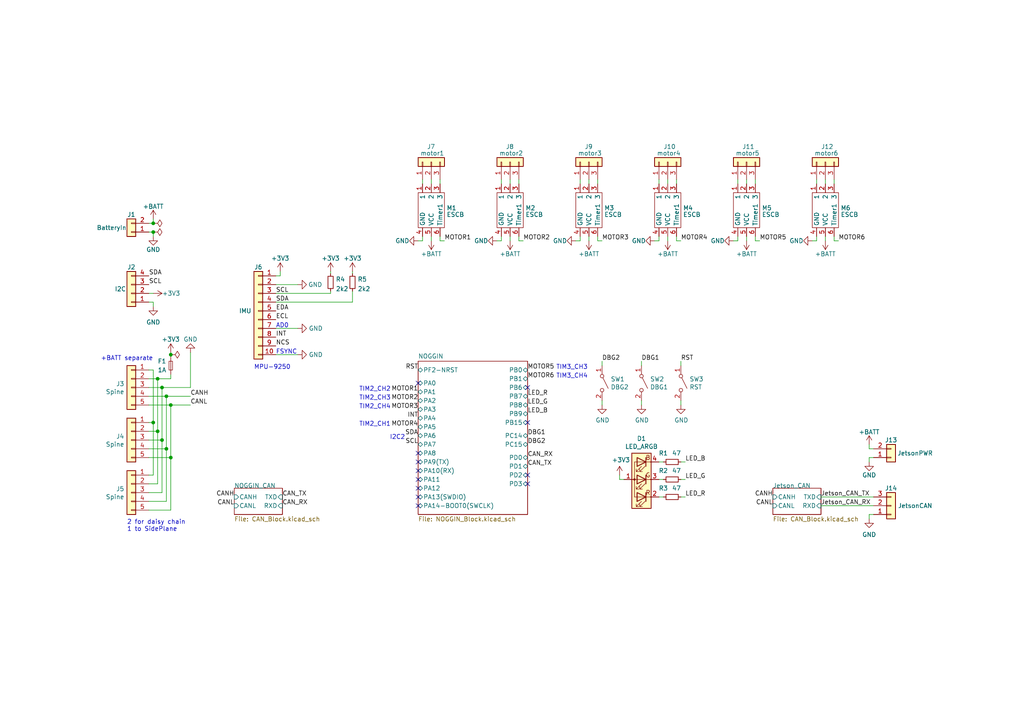
<source format=kicad_sch>
(kicad_sch (version 20211123) (generator eeschema)
  (paper "A4")
  (lib_symbols
    (symbol "Connector_Generic:Conn_01x02" (pin_names (offset 1.016) hide)
      (property "Reference" "J" (at 0 2.54 0))
      (property "Value" "Conn_01x02" (at 0 -5.08 0))
      (symbol "Conn_01x02_1_1"
        (rectangle (start -1.27 -2.413) (end 0 -2.667) (stroke (width 0.1524)))
        (rectangle (start -1.27 0.127) (end 0 -0.127) (stroke (width 0.1524)))
        (rectangle (start -1.27 1.27) (end 1.27 -3.81) (stroke (width 0.254)) (fill (type background)))
        (pin passive line (at -5.08 0 0) (length 3.81) (name "Pin_1") (number "1"))
        (pin passive line (at -5.08 -2.54 0) (length 3.81) (name "Pin_2") (number "2"))
      )
    )
    (symbol "Connector_Generic:Conn_01x03" (pin_names (offset 1.016) hide)
      (property "Reference" "J" (at 0 5.08 0))
      (property "Value" "Conn_01x03" (at 0 -5.08 0))
      (symbol "Conn_01x03_1_1"
        (rectangle (start -1.27 -2.413) (end 0 -2.667) (stroke (width 0.1524)))
        (rectangle (start -1.27 0.127) (end 0 -0.127) (stroke (width 0.1524)))
        (rectangle (start -1.27 2.667) (end 0 2.413) (stroke (width 0.1524)))
        (rectangle (start -1.27 3.81) (end 1.27 -3.81) (stroke (width 0.254)) (fill (type background)))
        (pin passive line (at -5.08 2.54 0) (length 3.81) (name "Pin_1") (number "1"))
        (pin passive line (at -5.08 0 0) (length 3.81) (name "Pin_2") (number "2"))
        (pin passive line (at -5.08 -2.54 0) (length 3.81) (name "Pin_3") (number "3"))
      )
    )
    (symbol "Connector_Generic:Conn_01x04" (pin_names (offset 1.016) hide)
      (property "Reference" "J" (at 0 5.08 0))
      (property "Value" "Conn_01x04" (at 0 -7.62 0))
      (symbol "Conn_01x04_1_1"
        (rectangle (start -1.27 -4.953) (end 0 -5.207) (stroke (width 0.1524)))
        (rectangle (start -1.27 -2.413) (end 0 -2.667) (stroke (width 0.1524)))
        (rectangle (start -1.27 0.127) (end 0 -0.127) (stroke (width 0.1524)))
        (rectangle (start -1.27 2.667) (end 0 2.413) (stroke (width 0.1524)))
        (rectangle (start -1.27 3.81) (end 1.27 -6.35) (stroke (width 0.254)) (fill (type background)))
        (pin passive line (at -5.08 2.54 0) (length 3.81) (name "Pin_1") (number "1"))
        (pin passive line (at -5.08 0 0) (length 3.81) (name "Pin_2") (number "2"))
        (pin passive line (at -5.08 -2.54 0) (length 3.81) (name "Pin_3") (number "3"))
        (pin passive line (at -5.08 -5.08 0) (length 3.81) (name "Pin_4") (number "4"))
      )
    )
    (symbol "Connector_Generic:Conn_01x05" (pin_names (offset 1.016) hide)
      (property "Reference" "J" (at 0 7.62 0))
      (property "Value" "Conn_01x05" (at 0 -7.62 0))
      (symbol "Conn_01x05_1_1"
        (rectangle (start -1.27 -4.953) (end 0 -5.207) (stroke (width 0.1524)))
        (rectangle (start -1.27 -2.413) (end 0 -2.667) (stroke (width 0.1524)))
        (rectangle (start -1.27 0.127) (end 0 -0.127) (stroke (width 0.1524)))
        (rectangle (start -1.27 2.667) (end 0 2.413) (stroke (width 0.1524)))
        (rectangle (start -1.27 5.207) (end 0 4.953) (stroke (width 0.1524)))
        (rectangle (start -1.27 6.35) (end 1.27 -6.35) (stroke (width 0.254)) (fill (type background)))
        (pin passive line (at -5.08 5.08 0) (length 3.81) (name "Pin_1") (number "1"))
        (pin passive line (at -5.08 2.54 0) (length 3.81) (name "Pin_2") (number "2"))
        (pin passive line (at -5.08 0 0) (length 3.81) (name "Pin_3") (number "3"))
        (pin passive line (at -5.08 -2.54 0) (length 3.81) (name "Pin_4") (number "4"))
        (pin passive line (at -5.08 -5.08 0) (length 3.81) (name "Pin_5") (number "5"))
      )
    )
    (symbol "Connector_Generic:Conn_01x10" (pin_names (offset 1.016) hide)
      (property "Reference" "J" (at 0 12.7 0))
      (property "Value" "Conn_01x10" (at 0 -15.24 0))
      (symbol "Conn_01x10_1_1"
        (rectangle (start -1.27 -12.573) (end 0 -12.827) (stroke (width 0.1524)))
        (rectangle (start -1.27 -10.033) (end 0 -10.287) (stroke (width 0.1524)))
        (rectangle (start -1.27 -7.493) (end 0 -7.747) (stroke (width 0.1524)))
        (rectangle (start -1.27 -4.953) (end 0 -5.207) (stroke (width 0.1524)))
        (rectangle (start -1.27 -2.413) (end 0 -2.667) (stroke (width 0.1524)))
        (rectangle (start -1.27 0.127) (end 0 -0.127) (stroke (width 0.1524)))
        (rectangle (start -1.27 2.667) (end 0 2.413) (stroke (width 0.1524)))
        (rectangle (start -1.27 5.207) (end 0 4.953) (stroke (width 0.1524)))
        (rectangle (start -1.27 7.747) (end 0 7.493) (stroke (width 0.1524)))
        (rectangle (start -1.27 10.287) (end 0 10.033) (stroke (width 0.1524)))
        (rectangle (start -1.27 11.43) (end 1.27 -13.97) (stroke (width 0.254)) (fill (type background)))
        (pin passive line (at -5.08 10.16 0) (length 3.81) (name "Pin_1") (number "1"))
        (pin passive line (at -5.08 -12.7 0) (length 3.81) (name "Pin_10") (number "10"))
        (pin passive line (at -5.08 7.62 0) (length 3.81) (name "Pin_2") (number "2"))
        (pin passive line (at -5.08 5.08 0) (length 3.81) (name "Pin_3") (number "3"))
        (pin passive line (at -5.08 2.54 0) (length 3.81) (name "Pin_4") (number "4"))
        (pin passive line (at -5.08 0 0) (length 3.81) (name "Pin_5") (number "5"))
        (pin passive line (at -5.08 -2.54 0) (length 3.81) (name "Pin_6") (number "6"))
        (pin passive line (at -5.08 -5.08 0) (length 3.81) (name "Pin_7") (number "7"))
        (pin passive line (at -5.08 -7.62 0) (length 3.81) (name "Pin_8") (number "8"))
        (pin passive line (at -5.08 -10.16 0) (length 3.81) (name "Pin_9") (number "9"))
      )
    )
    (symbol "Device:Fuse_Small" (pin_numbers hide) (pin_names (offset 0.254) hide)
      (property "Reference" "F" (at 0 -1.524 0))
      (property "Value" "Fuse_Small" (at 0 1.524 0))
      (symbol "Fuse_Small_0_1"
        (rectangle (start -1.27 0.508) (end 1.27 -0.508))
        (polyline (pts (xy -1.27 0) (xy 1.27 0)))
      )
      (symbol "Fuse_Small_1_1"
        (pin passive line (at -2.54 0 0) (length 1.27) (name "~") (number "1"))
        (pin passive line (at 2.54 0 180) (length 1.27) (name "~") (number "2"))
      )
    )
    (symbol "Device:LED_ARGB" (pin_names (offset 0) hide)
      (property "Reference" "D" (at 0 9.398 0))
      (property "Value" "LED_ARGB" (at 0 -8.89 0))
      (symbol "LED_ARGB_0_0"
        (text "B" (at -1.905 -6.35 0) (effects (font (size 1.27 1.27))))
        (text "G" (at -1.905 -1.27 0) (effects (font (size 1.27 1.27))))
        (text "R" (at -1.905 3.81 0) (effects (font (size 1.27 1.27))))
      )
      (symbol "LED_ARGB_0_1"
        (polyline (pts (xy -1.27 -5.08) (xy -2.54 -5.08)))
        (polyline (pts (xy -1.27 -5.08) (xy 1.27 -5.08)))
        (polyline (pts (xy -1.27 -3.81) (xy -1.27 -6.35)) (stroke (width 0.254)))
        (polyline (pts (xy -1.27 0) (xy -2.54 0)))
        (polyline (pts (xy -1.27 1.27) (xy -1.27 -1.27)) (stroke (width 0.254)))
        (polyline (pts (xy -1.27 5.08) (xy -2.54 5.08)))
        (polyline (pts (xy -1.27 5.08) (xy 1.27 5.08)))
        (polyline (pts (xy -1.27 6.35) (xy -1.27 3.81)) (stroke (width 0.254)))
        (polyline (pts (xy 1.27 0) (xy -1.27 0)))
        (polyline (pts (xy 1.27 0) (xy 2.54 0)))
        (polyline (pts (xy -1.27 1.27) (xy -1.27 -1.27) (xy -1.27 -1.27)))
        (polyline (pts (xy -1.27 6.35) (xy -1.27 3.81) (xy -1.27 3.81)))
        (polyline (pts (xy 1.27 -5.08) (xy 2.032 -5.08) (xy 2.032 5.08) (xy 1.27 5.08)))
        (polyline (pts (xy 1.27 -3.81) (xy 1.27 -6.35) (xy -1.27 -5.08) (xy 1.27 -3.81)) (stroke (width 0.254)))
        (polyline (pts (xy 1.27 1.27) (xy 1.27 -1.27) (xy -1.27 0) (xy 1.27 1.27)) (stroke (width 0.254)))
        (polyline (pts (xy 1.27 6.35) (xy 1.27 3.81) (xy -1.27 5.08) (xy 1.27 6.35)) (stroke (width 0.254)))
        (polyline (pts (xy -1.016 -3.81) (xy 0.508 -2.286) (xy -0.254 -2.286) (xy 0.508 -2.286) (xy 0.508 -3.048)))
        (polyline (pts (xy -1.016 1.27) (xy 0.508 2.794) (xy -0.254 2.794) (xy 0.508 2.794) (xy 0.508 2.032)))
        (polyline (pts (xy -1.016 6.35) (xy 0.508 7.874) (xy -0.254 7.874) (xy 0.508 7.874) (xy 0.508 7.112)))
        (polyline (pts (xy 0 -3.81) (xy 1.524 -2.286) (xy 0.762 -2.286) (xy 1.524 -2.286) (xy 1.524 -3.048)))
        (polyline (pts (xy 0 1.27) (xy 1.524 2.794) (xy 0.762 2.794) (xy 1.524 2.794) (xy 1.524 2.032)))
        (polyline (pts (xy 0 6.35) (xy 1.524 7.874) (xy 0.762 7.874) (xy 1.524 7.874) (xy 1.524 7.112)))
        (rectangle (start 1.27 -1.27) (end 1.27 1.27))
        (rectangle (start 1.27 1.27) (end 1.27 1.27))
        (rectangle (start 1.27 3.81) (end 1.27 6.35))
        (rectangle (start 1.27 6.35) (end 1.27 6.35))
        (circle (center 2.032 0) (radius 0.254) (fill (type outline)))
        (rectangle (start 2.794 8.382) (end -2.794 -7.62) (stroke (width 0.254)) (fill (type background)))
      )
      (symbol "LED_ARGB_1_1"
        (pin passive line (at 5.08 0 180) (length 2.54) (name "A") (number "1"))
        (pin passive line (at -5.08 5.08 0) (length 2.54) (name "RK") (number "2"))
        (pin passive line (at -5.08 0 0) (length 2.54) (name "GK") (number "3"))
        (pin passive line (at -5.08 -5.08 0) (length 2.54) (name "BK") (number "4"))
      )
    )
    (symbol "Device:R_Small" (pin_numbers hide) (pin_names (offset 0.254) hide)
      (property "Reference" "R" (at 0.762 0.508 0))
      (property "Value" "R_Small" (at 0.762 -1.016 0))
      (symbol "R_Small_0_1"
        (rectangle (start -0.762 1.778) (end 0.762 -1.778) (stroke (width 0.2032)))
      )
      (symbol "R_Small_1_1"
        (pin passive line (at 0 2.54 270) (length 0.762) (name "~") (number "1"))
        (pin passive line (at 0 -2.54 90) (length 0.762) (name "~") (number "2"))
      )
    )
    (symbol "Switch:SW_SPST" (pin_names (offset 0) hide)
      (property "Reference" "SW" (at 0 3.175 0))
      (property "Value" "SW_SPST" (at 0 -2.54 0))
      (symbol "SW_SPST_0_0"
        (circle (center -2.032 0) (radius 0.508))
        (polyline (pts (xy -1.524 0.254) (xy 1.524 1.778)))
        (circle (center 2.032 0) (radius 0.508))
      )
      (symbol "SW_SPST_1_1"
        (pin passive line (at -5.08 0 0) (length 2.54) (name "A") (number "1"))
        (pin passive line (at 5.08 0 180) (length 2.54) (name "B") (number "2"))
      )
    )
    (symbol "backplane_custom:ESCB_Mate"
      (property "Reference" "J?" (at 4.5212 0.9085 0))
      (property "Value" "ESCB_Mate" (at 4.5212 -1.8666 0))
      (symbol "ESCB_Mate_0_1"
        (rectangle (start -3.81 5.08) (end 3.81 -5.08) (stroke (width 0.1524)))
      )
      (symbol "ESCB_Mate_1_1"
        (pin output line (at -2.54 7.62 270) (length 2.54) (name "1") (number "1"))
        (pin output line (at 0 7.62 270) (length 2.54) (name "2") (number "2"))
        (pin output line (at 2.54 7.62 270) (length 2.54) (name "3") (number "3"))
        (pin input line (at -2.54 -7.62 90) (length 2.54) (name "GND") (number "4"))
        (pin input line (at 0 -7.62 90) (length 2.54) (name "VCC") (number "5"))
        (pin input line (at 2.54 -7.62 90) (length 2.54) (name "Timer1") (number "6"))
      )
    )
    (symbol "power:+3V3" (power) (pin_names (offset 0))
      (property "Value" "+3V3" (at 0 3.556 0))
      (symbol "+3V3_0_1"
        (polyline (pts (xy -0.762 1.27) (xy 0 2.54)))
        (polyline (pts (xy 0 0) (xy 0 2.54)))
        (polyline (pts (xy 0 2.54) (xy 0.762 1.27)))
      )
      (symbol "+3V3_1_1"
        (pin power_in line (at 0 0 90) (length 0) hide (name "+3V3") (number "1"))
      )
    )
    (symbol "power:+BATT" (power) (pin_names (offset 0))
      (property "Value" "+BATT" (at 0 3.556 0))
      (symbol "+BATT_0_1"
        (polyline (pts (xy -0.762 1.27) (xy 0 2.54)))
        (polyline (pts (xy 0 0) (xy 0 2.54)))
        (polyline (pts (xy 0 2.54) (xy 0.762 1.27)))
      )
      (symbol "+BATT_1_1"
        (pin power_in line (at 0 0 90) (length 0) hide (name "+BATT") (number "1"))
      )
    )
    (symbol "power:GND" (power) (pin_names (offset 0))
      (property "Value" "GND" (at 0 -3.81 0))
      (symbol "GND_0_1"
        (polyline (pts (xy 0 0) (xy 0 -1.27) (xy 1.27 -1.27) (xy 0 -2.54) (xy -1.27 -1.27) (xy 0 -1.27)))
      )
      (symbol "GND_1_1"
        (pin power_in line (at 0 0 270) (length 0) hide (name "GND") (number "1"))
      )
    )
    (symbol "power:PWR_FLAG" (power) (pin_numbers hide) (pin_names (offset 0) hide)
      (property "Value" "PWR_FLAG" (at 0 3.81 0))
      (symbol "PWR_FLAG_0_0"
        (pin power_out line (at 0 0 90) (length 0) (name "pwr") (number "1"))
      )
      (symbol "PWR_FLAG_0_1"
        (polyline (pts (xy 0 0) (xy 0 1.27) (xy -1.016 1.905) (xy 0 2.54) (xy 1.016 1.905) (xy 0 1.27)))
      )
    )
  )
  (junction (at 44.45 122.555))
  (junction (at 48.26 130.175))
  (junction (at 49.53 117.475))
  (junction (at 45.72 125.095))
  (junction (at 46.99 112.395))
  (junction (at 49.53 102.87))
  (junction (at 46.99 127.635))
  (junction (at 44.45 67.31))
  (junction (at 45.72 109.855))
  (junction (at 48.26 114.935))
  (junction (at 44.45 64.77))
  (junction (at 49.53 132.715))
  (no_connect (at 121.285 131.445))
  (no_connect (at 121.285 111.125))
  (no_connect (at 121.285 133.985))
  (no_connect (at 121.285 139.065))
  (no_connect (at 121.285 141.605))
  (no_connect (at 121.285 146.685))
  (no_connect (at 121.285 144.145))
  (no_connect (at 121.285 136.525))
  (no_connect (at 153.035 140.335))
  (no_connect (at 153.035 137.795))
  (no_connect (at 153.035 122.555))
  (no_connect (at 153.035 112.395))
  (wire (pts (xy 252.095 149.225) (xy 253.365 149.225)))
  (wire (pts (xy 44.45 87.63) (xy 44.45 88.9)))
  (wire (pts (xy 49.53 117.475) (xy 55.245 117.475)))
  (wire (pts (xy 236.855 69.85) (xy 236.855 68.58)))
  (wire (pts (xy 127.635 52.07) (xy 127.635 53.34)))
  (wire (pts (xy 46.99 112.395) (xy 55.245 112.395)))
  (wire (pts (xy 174.625 104.775) (xy 174.625 106.045)))
  (wire (pts (xy 239.395 68.58) (xy 239.395 69.85)))
  (wire (pts (xy 43.18 67.31) (xy 44.45 67.31)))
  (wire (pts (xy 197.485 133.985) (xy 198.755 133.985)))
  (wire (pts (xy 174.625 117.475) (xy 174.625 116.205)))
  (wire (pts (xy 49.53 108.585) (xy 49.53 109.855)))
  (wire (pts (xy 174.625 69.85) (xy 173.355 69.85)))
  (wire (pts (xy 80.01 82.55) (xy 86.36 82.55)))
  (wire (pts (xy 43.18 147.955) (xy 49.53 147.955)))
  (wire (pts (xy 125.095 52.07) (xy 125.095 53.34)))
  (wire (pts (xy 43.18 107.315) (xy 44.45 107.315)))
  (wire (pts (xy 236.855 52.07) (xy 236.855 53.34)))
  (wire (pts (xy 189.865 69.85) (xy 191.135 69.85)))
  (wire (pts (xy 241.935 69.85) (xy 241.935 68.58)))
  (wire (pts (xy 80.01 85.09) (xy 95.885 85.09)))
  (wire (pts (xy 219.075 52.07) (xy 219.075 53.34)))
  (wire (pts (xy 213.995 69.85) (xy 213.995 68.58)))
  (wire (pts (xy 43.18 109.855) (xy 45.72 109.855)))
  (wire (pts (xy 43.18 122.555) (xy 44.45 122.555)))
  (wire (pts (xy 48.26 130.175) (xy 48.26 114.935)))
  (wire (pts (xy 212.725 69.85) (xy 213.995 69.85)))
  (wire (pts (xy 80.01 87.63) (xy 102.235 87.63)))
  (wire (pts (xy 213.995 52.07) (xy 213.995 53.34)))
  (wire (pts (xy 45.72 125.095) (xy 45.72 109.855)))
  (wire (pts (xy 44.45 137.795) (xy 44.45 122.555)))
  (wire (pts (xy 144.145 69.85) (xy 145.415 69.85)))
  (wire (pts (xy 191.135 144.145) (xy 192.405 144.145)))
  (wire (pts (xy 55.245 112.395) (xy 55.245 102.235)))
  (wire (pts (xy 49.53 102.87) (xy 49.53 103.505)))
  (wire (pts (xy 191.135 52.07) (xy 191.135 53.34)))
  (wire (pts (xy 193.675 52.07) (xy 193.675 53.34)))
  (wire (pts (xy 168.275 69.85) (xy 168.275 68.58)))
  (wire (pts (xy 173.355 69.85) (xy 173.355 68.58)))
  (wire (pts (xy 46.99 142.875) (xy 46.99 127.635)))
  (wire (pts (xy 43.18 140.335) (xy 45.72 140.335)))
  (wire (pts (xy 238.125 144.145) (xy 253.365 144.145)))
  (wire (pts (xy 197.485 69.85) (xy 196.215 69.85)))
  (wire (pts (xy 186.055 117.475) (xy 186.055 116.205)))
  (wire (pts (xy 170.815 68.58) (xy 170.815 69.85)))
  (wire (pts (xy 122.555 69.85) (xy 122.555 68.58)))
  (wire (pts (xy 43.18 112.395) (xy 46.99 112.395)))
  (wire (pts (xy 197.485 117.475) (xy 197.485 116.205)))
  (wire (pts (xy 167.005 69.85) (xy 168.275 69.85)))
  (wire (pts (xy 150.495 69.85) (xy 150.495 68.58)))
  (wire (pts (xy 151.765 69.85) (xy 150.495 69.85)))
  (wire (pts (xy 48.26 145.415) (xy 48.26 130.175)))
  (wire (pts (xy 186.055 104.775) (xy 186.055 106.045)))
  (wire (pts (xy 44.45 64.77) (xy 43.18 64.77)))
  (wire (pts (xy 197.485 139.065) (xy 198.755 139.065)))
  (wire (pts (xy 80.01 102.87) (xy 86.36 102.87)))
  (wire (pts (xy 179.705 137.795) (xy 179.705 139.065)))
  (wire (pts (xy 44.45 63.5) (xy 44.45 64.77)))
  (wire (pts (xy 252.095 128.905) (xy 252.095 130.175)))
  (wire (pts (xy 220.345 69.85) (xy 219.075 69.85)))
  (wire (pts (xy 252.095 132.715) (xy 252.095 133.985)))
  (wire (pts (xy 243.205 69.85) (xy 241.935 69.85)))
  (wire (pts (xy 191.135 133.985) (xy 192.405 133.985)))
  (wire (pts (xy 95.885 78.74) (xy 95.885 79.375)))
  (wire (pts (xy 49.53 132.715) (xy 49.53 117.475)))
  (wire (pts (xy 145.415 52.07) (xy 145.415 53.34)))
  (wire (pts (xy 147.955 68.58) (xy 147.955 69.85)))
  (wire (pts (xy 102.235 78.74) (xy 102.235 79.375)))
  (wire (pts (xy 253.365 132.715) (xy 252.095 132.715)))
  (wire (pts (xy 235.585 69.85) (xy 236.855 69.85)))
  (wire (pts (xy 46.99 127.635) (xy 46.99 112.395)))
  (wire (pts (xy 168.275 52.07) (xy 168.275 53.34)))
  (wire (pts (xy 128.905 69.85) (xy 127.635 69.85)))
  (wire (pts (xy 150.495 52.07) (xy 150.495 53.34)))
  (wire (pts (xy 252.095 150.495) (xy 252.095 149.225)))
  (wire (pts (xy 81.28 80.01) (xy 80.01 80.01)))
  (wire (pts (xy 48.26 114.935) (xy 55.245 114.935)))
  (wire (pts (xy 173.355 52.07) (xy 173.355 53.34)))
  (wire (pts (xy 193.675 68.58) (xy 193.675 69.85)))
  (wire (pts (xy 122.555 52.07) (xy 122.555 53.34)))
  (wire (pts (xy 43.18 130.175) (xy 48.26 130.175)))
  (wire (pts (xy 45.72 140.335) (xy 45.72 125.095)))
  (wire (pts (xy 121.285 69.85) (xy 122.555 69.85)))
  (wire (pts (xy 49.53 147.955) (xy 49.53 132.715)))
  (wire (pts (xy 179.705 139.065) (xy 180.975 139.065)))
  (wire (pts (xy 147.955 52.07) (xy 147.955 53.34)))
  (wire (pts (xy 43.18 142.875) (xy 46.99 142.875)))
  (wire (pts (xy 43.18 87.63) (xy 44.45 87.63)))
  (wire (pts (xy 81.28 78.74) (xy 81.28 80.01)))
  (wire (pts (xy 197.485 144.145) (xy 198.755 144.145)))
  (wire (pts (xy 43.18 117.475) (xy 49.53 117.475)))
  (wire (pts (xy 44.45 67.31) (xy 44.45 68.58)))
  (wire (pts (xy 80.01 95.25) (xy 86.36 95.25)))
  (wire (pts (xy 196.215 69.85) (xy 196.215 68.58)))
  (wire (pts (xy 43.18 132.715) (xy 49.53 132.715)))
  (wire (pts (xy 43.18 127.635) (xy 46.99 127.635)))
  (wire (pts (xy 44.45 122.555) (xy 44.45 107.315)))
  (wire (pts (xy 102.235 87.63) (xy 102.235 84.455)))
  (wire (pts (xy 43.18 125.095) (xy 45.72 125.095)))
  (wire (pts (xy 216.535 68.58) (xy 216.535 69.85)))
  (wire (pts (xy 145.415 69.85) (xy 145.415 68.58)))
  (wire (pts (xy 43.18 145.415) (xy 48.26 145.415)))
  (wire (pts (xy 216.535 52.07) (xy 216.535 53.34)))
  (wire (pts (xy 43.18 85.09) (xy 44.45 85.09)))
  (wire (pts (xy 197.485 104.775) (xy 197.485 106.045)))
  (wire (pts (xy 239.395 52.07) (xy 239.395 53.34)))
  (wire (pts (xy 191.135 69.85) (xy 191.135 68.58)))
  (wire (pts (xy 252.095 130.175) (xy 253.365 130.175)))
  (wire (pts (xy 238.125 146.685) (xy 253.365 146.685)))
  (wire (pts (xy 43.18 137.795) (xy 44.45 137.795)))
  (wire (pts (xy 127.635 69.85) (xy 127.635 68.58)))
  (wire (pts (xy 49.53 102.235) (xy 49.53 102.87)))
  (wire (pts (xy 196.215 52.07) (xy 196.215 53.34)))
  (wire (pts (xy 48.26 114.935) (xy 43.18 114.935)))
  (wire (pts (xy 49.53 109.855) (xy 45.72 109.855)))
  (wire (pts (xy 219.075 69.85) (xy 219.075 68.58)))
  (wire (pts (xy 170.815 52.07) (xy 170.815 53.34)))
  (wire (pts (xy 95.885 85.09) (xy 95.885 84.455)))
  (wire (pts (xy 241.935 52.07) (xy 241.935 53.34)))
  (wire (pts (xy 125.095 68.58) (xy 125.095 69.85)))
  (wire (pts (xy 191.135 139.065) (xy 192.405 139.065)))
  (text "TIM2_CH1" (at 104.14 123.825 0) (effects (font (size 1.27 1.27)) (justify left bottom)))
  (text "AD0" (at 80.01 95.25 0) (effects (font (size 1.27 1.27)) (justify left bottom)))
  (text "2 for daisy chain\n1 to SidePlane" (at 36.83 154.305 0) (effects (font (size 1.27 1.27)) (justify left bottom)))
  (text "TIM3_CH3" (at 161.29 107.315 0) (effects (font (size 1.27 1.27)) (justify left bottom)))
  (text "TIM2_CH2" (at 104.14 113.665 0) (effects (font (size 1.27 1.27)) (justify left bottom)))
  (text "FSYNC" (at 80.01 102.87 0) (effects (font (size 1.27 1.27)) (justify left bottom)))
  (text "+BATT separate" (at 29.21 104.775 0) (effects (font (size 1.27 1.27)) (justify left bottom)))
  (text "MPU-9250" (at 73.66 107.315 0) (effects (font (size 1.27 1.27)) (justify left bottom)))
  (text "TIM2_CH3" (at 104.14 116.205 0) (effects (font (size 1.27 1.27)) (justify left bottom)))
  (text "TIM2_CH4" (at 104.14 118.745 0) (effects (font (size 1.27 1.27)) (justify left bottom)))
  (text "I2C2" (at 113.03 127.635 0) (effects (font (size 1.27 1.27)) (justify left bottom)))
  (text "TIM3_CH4" (at 161.29 109.855 0) (effects (font (size 1.27 1.27)) (justify left bottom)))
  (label "MOTOR4" (at 121.285 123.825 180))
  (label "RST" (at 197.485 104.775 0))
  (label "CANH" (at 67.945 144.145 180))
  (label "CANL" (at 67.945 146.685 180))
  (label "LED_B" (at 153.035 120.015 0))
  (label "CAN_RX" (at 153.035 132.715 0))
  (label "MOTOR3" (at 121.285 118.745 180))
  (label "DBG2" (at 153.035 128.905 0))
  (label "CANL" (at 55.245 117.475 0))
  (label "MOTOR5" (at 220.345 69.85 0))
  (label "Jetson_CAN_RX" (at 238.125 146.685 0))
  (label "LED_R" (at 153.035 114.935 0))
  (label "DBG1" (at 186.055 104.775 0))
  (label "EDA" (at 80.01 90.17 0))
  (label "SDA" (at 121.285 126.365 180))
  (label "MOTOR6" (at 153.035 109.855 0))
  (label "CANH" (at 55.245 114.935 0))
  (label "MOTOR4" (at 197.485 69.85 0))
  (label "CAN_RX" (at 81.915 146.685 0))
  (label "SDA" (at 43.18 80.01 0))
  (label "Jetson_CAN_TX" (at 238.125 144.145 0))
  (label "ECL" (at 80.01 92.71 0))
  (label "SCL" (at 43.18 82.55 0))
  (label "MOTOR1" (at 128.905 69.85 0))
  (label "LED_G" (at 198.755 139.065 0))
  (label "RST" (at 121.285 107.315 180))
  (label "INT" (at 80.01 97.79 0))
  (label "INT" (at 121.285 121.285 180))
  (label "CANH" (at 224.155 144.145 180))
  (label "SDA" (at 80.01 87.63 0))
  (label "CAN_TX" (at 81.915 144.145 0))
  (label "NCS" (at 80.01 100.33 0))
  (label "MOTOR3" (at 174.625 69.85 0))
  (label "MOTOR1" (at 121.285 113.665 180))
  (label "SCL" (at 121.285 128.905 180))
  (label "LED_B" (at 198.755 133.985 0))
  (label "MOTOR2" (at 121.285 116.205 180))
  (label "DBG1" (at 153.035 126.365 0))
  (label "MOTOR6" (at 243.205 69.85 0))
  (label "LED_R" (at 198.755 144.145 0))
  (label "MOTOR2" (at 151.765 69.85 0))
  (label "MOTOR5" (at 153.035 107.315 0))
  (label "DBG2" (at 174.625 104.775 0))
  (label "CANL" (at 224.155 146.685 180))
  (label "SCL" (at 80.01 85.09 0))
  (label "CAN_TX" (at 153.035 135.255 0))
  (label "LED_G" (at 153.035 117.475 0))
  (symbol (lib_id "power:GND") (at 186.055 117.475 0) (unit 1)
    (property "Reference" "#PWR019" (effects hide))
    (property "Value" "GND" (at 186.182 121.8692 0))
  )
  (symbol (lib_id "power:GND") (at 121.285 69.85 270) (unit 1)
    (property "Reference" "#PWR011" (effects hide))
    (property "Value" "GND" (at 118.745 69.85 90) (effects (justify right)))
  )
  (symbol (lib_id "Connector_Generic:Conn_01x05") (at 38.1 142.875 0) (mirror y) (unit 1)
    (property "Reference" "J5" (at 36.068 141.8082 0) (effects (justify left)))
    (property "Value" "Spine" (at 36.068 144.1196 0) (effects (justify left)))
    (property "Footprint" "extraparts:Molex_DuraClik_Vert_5pin" (effects hide))
  )
  (symbol (lib_id "power:+3V3") (at 49.53 102.235 0) (unit 1)
    (property "Reference" "#PWR05" (effects hide))
    (property "Value" "+3V3" (at 49.53 98.425 0))
  )
  (symbol (lib_id "power:GND") (at 86.36 102.87 90) (unit 1)
    (property "Reference" "#PWR010" (effects hide))
    (property "Value" "GND" (at 89.535 102.87 90) (effects (justify right)))
  )
  (symbol (lib_id "Device:R_Small") (at 194.945 144.145 270) (unit 1)
    (property "Reference" "R3" (at 192.405 141.605 90))
    (property "Value" "47" (at 196.215 141.605 90))
    (property "Footprint" "Resistor_SMD:R_0603_1608Metric" (effects hide))
  )
  (symbol (lib_id "power:PWR_FLAG") (at 49.53 102.87 270) (unit 1)
    (property "Reference" "#FLG0101" (effects hide))
    (property "Value" "PWR_FLAG" (effects hide))
  )
  (symbol (lib_id "power:+3V3") (at 81.28 78.74 0) (unit 1)
    (property "Reference" "#PWR07" (effects hide))
    (property "Value" "+3V3" (at 81.28 74.93 0))
  )
  (symbol (lib_id "power:+BATT") (at 170.815 69.85 180) (unit 1)
    (property "Reference" "#PWR016" (effects hide))
    (property "Value" "+BATT" (at 170.815 73.66 0))
  )
  (symbol (lib_id "Connector_Generic:Conn_01x10") (at 74.93 90.17 0) (mirror y) (unit 1)
    (property "Reference" "J6" (at 74.93 77.47 0))
    (property "Value" "IMU" (at 71.12 90.17 0))
    (property "Footprint" "Connector_PinHeader_2.54mm:PinHeader_1x10_P2.54mm_Vertical" (effects hide))
  )
  (symbol (lib_id "Device:R_Small") (at 194.945 139.065 270) (unit 1)
    (property "Reference" "R2" (at 192.405 136.525 90))
    (property "Value" "47" (at 196.215 136.525 90))
    (property "Footprint" "Resistor_SMD:R_0603_1608Metric" (effects hide))
  )
  (symbol (lib_id "power:+BATT") (at 147.955 69.85 180) (unit 1)
    (property "Reference" "#PWR014" (effects hide))
    (property "Value" "+BATT" (at 147.955 73.66 0))
  )
  (symbol (lib_id "Connector_Generic:Conn_01x05") (at 38.1 127.635 0) (mirror y) (unit 1)
    (property "Reference" "J4" (at 36.068 126.5682 0) (effects (justify left)))
    (property "Value" "Spine" (at 36.068 128.8796 0) (effects (justify left)))
    (property "Footprint" "extraparts:Molex_DuraClik_Vert_5pin" (effects hide))
  )
  (symbol (lib_id "power:GND") (at 252.095 133.985 0) (unit 1)
    (property "Reference" "#PWR028" (effects hide))
    (property "Value" "GND" (at 252.095 137.795 0))
  )
  (symbol (lib_id "Switch:SW_SPST") (at 174.625 111.125 270) (unit 1)
    (property "Reference" "SW1" (at 177.1142 109.9566 90) (effects (justify left)))
    (property "Value" "DBG2" (at 177.1142 112.268 90) (effects (justify left)))
    (property "Footprint" "Button_Switch_SMD:SW_SPST_PTS810" (effects hide))
  )
  (symbol (lib_id "power:GND") (at 252.095 150.495 0) (unit 1)
    (property "Reference" "#PWR029" (effects hide))
    (property "Value" "GND" (at 252.095 155.0575 0))
  )
  (symbol (lib_id "power:PWR_FLAG") (at 44.45 67.31 270) (unit 1)
    (property "Reference" "#FLG0103" (effects hide))
    (property "Value" "PWR_FLAG" (effects hide))
  )
  (symbol (lib_id "power:+BATT") (at 239.395 69.85 180) (unit 1)
    (property "Reference" "#PWR026" (effects hide))
    (property "Value" "+BATT" (at 239.395 73.66 0))
  )
  (symbol (lib_id "power:GND") (at 174.625 117.475 0) (unit 1)
    (property "Reference" "#PWR017" (effects hide))
    (property "Value" "GND" (at 174.752 121.8692 0))
  )
  (symbol (lib_id "power:+BATT") (at 252.095 128.905 0) (unit 1)
    (property "Reference" "#PWR027" (effects hide))
    (property "Value" "+BATT" (at 252.095 125.3005 0))
  )
  (symbol (lib_id "backplane_custom:ESCB_Mate") (at 170.815 60.96 0) (unit 1)
    (property "Reference" "M3" (at 175.26 60.325 0) (effects (justify left)))
    (property "Value" "ESCB" (at 175.26 62.23 0) (effects (justify left)))
    (property "Footprint" "urbparts:ESCB_mate" (effects hide))
  )
  (symbol (lib_id "Connector_Generic:Conn_01x03") (at 147.955 46.99 90) (unit 1)
    (property "Reference" "J8" (at 146.685 42.545 90) (effects (justify right)))
    (property "Value" "motor2" (at 144.78 44.45 90) (effects (justify right)))
    (property "Footprint" "extraparts:Molex_UltraFit_RH_3pin" (effects hide))
  )
  (symbol (lib_id "Connector_Generic:Conn_01x03") (at 258.445 146.685 0) (mirror x) (unit 1)
    (property "Reference" "J14" (at 258.445 141.605 0))
    (property "Value" "JetsonCAN" (at 265.43 146.685 0))
    (property "Footprint" "extraparts:Molex_DuraClik_Vert_3pin" (effects hide))
  )
  (symbol (lib_id "power:+BATT") (at 193.675 69.85 180) (unit 1)
    (property "Reference" "#PWR021" (effects hide))
    (property "Value" "+BATT" (at 193.675 73.66 0))
  )
  (symbol (lib_id "backplane_custom:ESCB_Mate") (at 216.535 60.96 0) (unit 1)
    (property "Reference" "M5" (at 220.98 60.325 0) (effects (justify left)))
    (property "Value" "ESCB" (at 220.98 62.23 0) (effects (justify left)))
    (property "Footprint" "urbparts:ESCB_mate" (effects hide))
  )
  (symbol (lib_id "power:+3V3") (at 102.235 78.74 0) (unit 1)
    (property "Reference" "#PWR0102" (effects hide))
    (property "Value" "+3V3" (at 102.235 74.93 0))
  )
  (symbol (lib_id "power:GND") (at 44.45 68.58 0) (mirror y) (unit 1)
    (property "Reference" "#PWR02" (effects hide))
    (property "Value" "GND" (at 44.45 72.39 0))
  )
  (symbol (lib_id "Connector_Generic:Conn_01x03") (at 193.675 46.99 90) (unit 1)
    (property "Reference" "J10" (at 192.405 42.545 90) (effects (justify right)))
    (property "Value" "motor4" (at 190.5 44.45 90) (effects (justify right)))
    (property "Footprint" "extraparts:Molex_UltraFit_RH_3pin" (effects hide))
  )
  (symbol (lib_id "Connector_Generic:Conn_01x03") (at 125.095 46.99 90) (unit 1)
    (property "Reference" "J7" (at 123.825 42.545 90) (effects (justify right)))
    (property "Value" "motor1" (at 121.92 44.45 90) (effects (justify right)))
    (property "Footprint" "extraparts:Molex_UltraFit_RH_3pin" (effects hide))
  )
  (symbol (lib_id "power:GND") (at 189.865 69.85 270) (unit 1)
    (property "Reference" "#PWR020" (effects hide))
    (property "Value" "GND" (at 187.325 69.85 90) (effects (justify right)))
  )
  (symbol (lib_id "backplane_custom:ESCB_Mate") (at 193.675 60.96 0) (unit 1)
    (property "Reference" "M4" (at 198.12 60.325 0) (effects (justify left)))
    (property "Value" "ESCB" (at 198.12 62.23 0) (effects (justify left)))
    (property "Footprint" "urbparts:ESCB_mate" (effects hide))
  )
  (symbol (lib_id "power:GND") (at 167.005 69.85 270) (unit 1)
    (property "Reference" "#PWR015" (effects hide))
    (property "Value" "GND" (at 164.465 69.85 90) (effects (justify right)))
  )
  (symbol (lib_id "power:GND") (at 212.725 69.85 270) (unit 1)
    (property "Reference" "#PWR023" (effects hide))
    (property "Value" "GND" (at 210.185 69.85 90) (effects (justify right)))
  )
  (symbol (lib_id "Device:Fuse_Small") (at 49.53 106.045 270) (unit 1)
    (property "Reference" "F1" (at 46.99 104.775 90))
    (property "Value" "1A" (at 46.99 107.315 90))
    (property "Footprint" "Fuse:Fuse_1206_3216Metric" (effects hide))
  )
  (symbol (lib_id "power:GND") (at 197.485 117.475 0) (unit 1)
    (property "Reference" "#PWR022" (effects hide))
    (property "Value" "GND" (at 197.612 121.8692 0))
  )
  (symbol (lib_id "backplane_custom:ESCB_Mate") (at 147.955 60.96 0) (unit 1)
    (property "Reference" "M2" (at 152.4 60.325 0) (effects (justify left)))
    (property "Value" "ESCB" (at 152.4 62.23 0) (effects (justify left)))
    (property "Footprint" "urbparts:ESCB_mate" (effects hide))
  )
  (symbol (lib_id "Connector_Generic:Conn_01x03") (at 170.815 46.99 90) (unit 1)
    (property "Reference" "J9" (at 169.545 42.545 90) (effects (justify right)))
    (property "Value" "motor3" (at 167.64 44.45 90) (effects (justify right)))
    (property "Footprint" "extraparts:Molex_UltraFit_RH_3pin" (effects hide))
  )
  (symbol (lib_id "Connector_Generic:Conn_01x02") (at 258.445 132.715 0) (mirror x) (unit 1)
    (property "Reference" "J13" (at 258.445 127.635 0))
    (property "Value" "JetsonPWR" (at 265.43 131.445 0))
    (property "Footprint" "extraparts:Molex_DuraClik_Vert_2pin" (effects hide))
  )
  (symbol (lib_id "power:GND") (at 235.585 69.85 270) (unit 1)
    (property "Reference" "#PWR025" (effects hide))
    (property "Value" "GND" (at 233.045 69.85 90) (effects (justify right)))
  )
  (symbol (lib_id "Device:R_Small") (at 95.885 81.915 0) (unit 1)
    (property "Reference" "R4" (at 97.3836 81.0065 0) (effects (justify left)))
    (property "Value" "2k2" (at 97.3836 83.7816 0) (effects (justify left)))
    (property "Footprint" "Resistor_SMD:R_0603_1608Metric" (effects hide))
  )
  (symbol (lib_id "Connector_Generic:Conn_01x03") (at 216.535 46.99 90) (unit 1)
    (property "Reference" "J11" (at 215.265 42.545 90) (effects (justify right)))
    (property "Value" "motor5" (at 213.36 44.45 90) (effects (justify right)))
    (property "Footprint" "extraparts:Molex_UltraFit_RH_3pin" (effects hide))
  )
  (symbol (lib_id "Device:LED_ARGB") (at 186.055 139.065 180) (unit 1)
    (property "Reference" "D1" (at 186.055 127.2032 0))
    (property "Value" "LED_ARGB" (at 186.055 129.5146 0))
    (property "Footprint" "LED_SMD:LED_Cree-PLCC4_2x2mm_CW" (effects hide))
  )
  (symbol (lib_id "power:+3V3") (at 95.885 78.74 0) (unit 1)
    (property "Reference" "#PWR0101" (effects hide))
    (property "Value" "+3V3" (at 95.885 74.93 0))
  )
  (symbol (lib_id "power:GND") (at 144.145 69.85 270) (unit 1)
    (property "Reference" "#PWR013" (effects hide))
    (property "Value" "GND" (at 141.605 69.85 90) (effects (justify right)))
  )
  (symbol (lib_id "power:+3V3") (at 44.45 85.09 270) (unit 1)
    (property "Reference" "#PWR03" (effects hide))
    (property "Value" "+3V3" (at 46.99 85.09 90) (effects (justify left)))
  )
  (symbol (lib_id "Connector_Generic:Conn_01x03") (at 239.395 46.99 90) (unit 1)
    (property "Reference" "J12" (at 238.125 42.545 90) (effects (justify right)))
    (property "Value" "motor6" (at 236.22 44.45 90) (effects (justify right)))
    (property "Footprint" "extraparts:Molex_UltraFit_RH_3pin" (effects hide))
  )
  (symbol (lib_id "power:PWR_FLAG") (at 44.45 64.77 270) (unit 1)
    (property "Reference" "#FLG0102" (effects hide))
    (property "Value" "PWR_FLAG" (effects hide))
  )
  (symbol (lib_id "power:GND") (at 55.245 102.235 180) (unit 1)
    (property "Reference" "#PWR06" (effects hide))
    (property "Value" "GND" (at 55.245 98.425 0))
  )
  (symbol (lib_id "power:+BATT") (at 125.095 69.85 180) (unit 1)
    (property "Reference" "#PWR012" (effects hide))
    (property "Value" "+BATT" (at 125.095 73.66 0))
  )
  (symbol (lib_id "power:GND") (at 86.36 95.25 90) (unit 1)
    (property "Reference" "#PWR09" (effects hide))
    (property "Value" "GND" (at 89.535 95.25 90) (effects (justify right)))
  )
  (symbol (lib_id "power:+BATT") (at 216.535 69.85 180) (unit 1)
    (property "Reference" "#PWR024" (effects hide))
    (property "Value" "+BATT" (at 216.535 73.66 0))
  )
  (symbol (lib_id "Connector_Generic:Conn_01x02") (at 38.1 67.31 180) (unit 1)
    (property "Reference" "J1" (at 38.1 62.23 0))
    (property "Value" "BatteryIn" (at 32.385 66.04 0))
    (property "Footprint" "extraparts:Molex_SuperSabre_Vert_2pin" (effects hide))
  )
  (symbol (lib_id "backplane_custom:ESCB_Mate") (at 125.095 60.96 0) (unit 1)
    (property "Reference" "M1" (at 129.54 60.325 0) (effects (justify left)))
    (property "Value" "ESCB" (at 129.54 62.23 0) (effects (justify left)))
    (property "Footprint" "urbparts:ESCB_mate" (effects hide))
  )
  (symbol (lib_id "power:+3V3") (at 179.705 137.795 0) (unit 1)
    (property "Reference" "#PWR018" (effects hide))
    (property "Value" "+3V3" (at 180.086 133.4008 0))
  )
  (symbol (lib_id "power:+BATT") (at 44.45 63.5 0) (mirror y) (unit 1)
    (property "Reference" "#PWR01" (effects hide))
    (property "Value" "+BATT" (at 44.45 59.8955 0))
  )
  (symbol (lib_id "Connector_Generic:Conn_01x05") (at 38.1 112.395 0) (mirror y) (unit 1)
    (property "Reference" "J3" (at 36.068 111.3282 0) (effects (justify left)))
    (property "Value" "Spine" (at 36.068 113.6396 0) (effects (justify left)))
    (property "Footprint" "extraparts:Molex_DuraClik_Vert_5pin" (effects hide))
  )
  (symbol (lib_id "Switch:SW_SPST") (at 197.485 111.125 270) (unit 1)
    (property "Reference" "SW3" (at 199.9742 109.9566 90) (effects (justify left)))
    (property "Value" "RST" (at 199.9742 112.268 90) (effects (justify left)))
    (property "Footprint" "Button_Switch_SMD:SW_SPST_PTS810" (effects hide))
  )
  (symbol (lib_id "power:GND") (at 86.36 82.55 90) (unit 1)
    (property "Reference" "#PWR08" (effects hide))
    (property "Value" "GND" (at 91.44 82.55 90))
  )
  (symbol (lib_id "Device:R_Small") (at 102.235 81.915 0) (unit 1)
    (property "Reference" "R5" (at 103.7336 81.0065 0) (effects (justify left)))
    (property "Value" "2k2" (at 103.7336 83.7816 0) (effects (justify left)))
    (property "Footprint" "Resistor_SMD:R_0603_1608Metric" (effects hide))
  )
  (symbol (lib_id "Connector_Generic:Conn_01x04") (at 38.1 85.09 180) (unit 1)
    (property "Reference" "J2" (at 38.1 77.47 0))
    (property "Value" "I2C" (at 34.925 83.82 0))
    (property "Footprint" "extraparts:Molex_DuraClik_Vert_4pin" (effects hide))
  )
  (symbol (lib_id "backplane_custom:ESCB_Mate") (at 239.395 60.96 0) (unit 1)
    (property "Reference" "M6" (at 243.84 60.325 0) (effects (justify left)))
    (property "Value" "ESCB" (at 243.84 62.23 0) (effects (justify left)))
    (property "Footprint" "urbparts:ESCB_mate" (effects hide))
  )
  (symbol (lib_id "Device:R_Small") (at 194.945 133.985 270) (unit 1)
    (property "Reference" "R1" (at 192.405 131.445 90))
    (property "Value" "47" (at 196.215 131.445 90))
    (property "Footprint" "Resistor_SMD:R_0603_1608Metric" (effects hide))
  )
  (symbol (lib_id "power:GND") (at 44.45 88.9 0) (unit 1)
    (property "Reference" "#PWR04" (effects hide))
    (property "Value" "GND" (at 44.45 93.4625 0))
  )
  (symbol (lib_id "Switch:SW_SPST") (at 186.055 111.125 270) (unit 1)
    (property "Reference" "SW2" (at 188.5442 109.9566 90) (effects (justify left)))
    (property "Value" "DBG1" (at 188.5442 112.268 90) (effects (justify left)))
    (property "Footprint" "Button_Switch_SMD:SW_SPST_PTS810" (effects hide))
  )
  (sheet (at 121.285 104.775) (size 31.75 44.45)
    (property "Sheet name" "NOGGIN" (at 121.285 104.0634 0) (effects (justify left bottom)))
    (property "Sheet file" "NOGGIN_Block.kicad_sch" (at 121.285 149.8096 0) (effects (justify left top)))
    (pin "PA0" bidirectional (at 121.285 111.125 180))
    (pin "PA1" bidirectional (at 121.285 113.665 180))
    (pin "PA2" bidirectional (at 121.285 116.205 180))
    (pin "PF2-NRST" bidirectional (at 121.285 107.315 180))
    (pin "PA3" bidirectional (at 121.285 118.745 180))
    (pin "PA4" bidirectional (at 121.285 121.285 180))
    (pin "PA5" bidirectional (at 121.285 123.825 180))
    (pin "PA6" bidirectional (at 121.285 126.365 180))
    (pin "PA7" bidirectional (at 121.285 128.905 180))
    (pin "PB0" bidirectional (at 153.035 107.315 0))
    (pin "PB1" bidirectional (at 153.035 109.855 0))
    (pin "PB6" bidirectional (at 153.035 112.395 0))
    (pin "PB7" bidirectional (at 153.035 114.935 0))
    (pin "PB8" bidirectional (at 153.035 117.475 0))
    (pin "PB9" bidirectional (at 153.035 120.015 0))
    (pin "PB15" bidirectional (at 153.035 122.555 0))
    (pin "PC14" bidirectional (at 153.035 126.365 0))
    (pin "PC15" bidirectional (at 153.035 128.905 0))
    (pin "PA14-BOOT0(SWCLK)" bidirectional (at 121.285 146.685 180))
    (pin "PA8" bidirectional (at 121.285 131.445 180))
    (pin "PA9(TX)" bidirectional (at 121.285 133.985 180))
    (pin "PA10(RX)" bidirectional (at 121.285 136.525 180))
    (pin "PA11" bidirectional (at 121.285 139.065 180))
    (pin "PA12" bidirectional (at 121.285 141.605 180))
    (pin "PA13(SWDIO)" bidirectional (at 121.285 144.145 180))
    (pin "PD0" bidirectional (at 153.035 132.715 0))
    (pin "PD1" bidirectional (at 153.035 135.255 0))
    (pin "PD2" bidirectional (at 153.035 137.795 0))
    (pin "PD3" bidirectional (at 153.035 140.335 0))
  )
  (sheet (at 67.945 141.605) (size 13.97 7.62)
    (property "Sheet name" "NOGGIN_CAN" (at 67.945 141.605 0) (effects (justify left bottom)))
    (property "Sheet file" "CAN_Block.kicad_sch" (at 67.945 149.8096 0) (effects (justify left top)))
    (pin "TXD" input (at 81.915 144.145 0))
    (pin "RXD" input (at 81.915 146.685 0))
    (pin "CANH" input (at 67.945 144.145 180))
    (pin "CANL" input (at 67.945 146.685 180))
  )
  (sheet (at 224.155 141.605) (size 13.97 7.62)
    (property "Sheet name" "Jetson_CAN" (at 224.155 141.605 0) (effects (justify left bottom)))
    (property "Sheet file" "CAN_Block.kicad_sch" (at 224.155 149.8096 0) (effects (justify left top)))
    (pin "TXD" input (at 238.125 144.145 0))
    (pin "RXD" input (at 238.125 146.685 0))
    (pin "CANH" input (at 224.155 144.145 180))
    (pin "CANL" input (at 224.155 146.685 180))
  )
)
</source>
